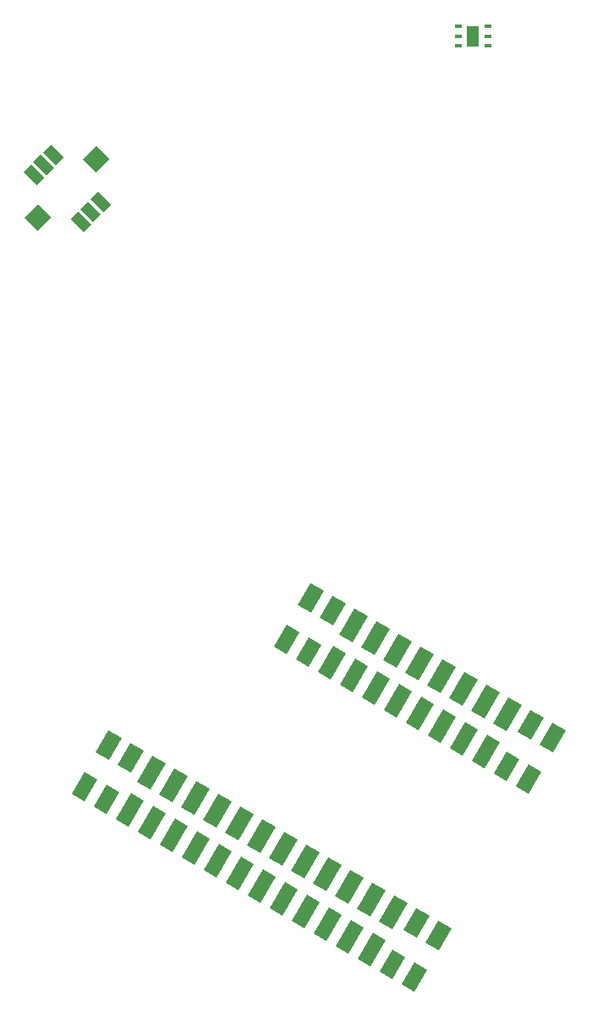
<source format=gbr>
G04 EAGLE Gerber X2 export*
%TF.Part,Single*%
%TF.FileFunction,Paste,Top*%
%TF.FilePolarity,Positive*%
%TF.GenerationSoftware,Autodesk,EAGLE,9.1.3*%
%TF.CreationDate,2018-08-24T15:03:00Z*%
G75*
%MOMM*%
%FSLAX34Y34*%
%LPD*%
%AMOC8*
5,1,8,0,0,1.08239X$1,22.5*%
G01*
%ADD10R,1.850000X1.100000*%
%ADD11R,1.900000X2.000000*%
%ADD12R,1.200000X2.100000*%
%ADD13R,0.800000X0.400000*%
%ADD14R,2.540000X1.524000*%
%ADD15R,3.048000X1.524000*%


D10*
G36*
X128739Y937382D02*
X115659Y950462D01*
X123437Y958240D01*
X136517Y945160D01*
X128739Y937382D01*
G37*
G36*
X175762Y890359D02*
X162682Y903439D01*
X170460Y911217D01*
X183540Y898137D01*
X175762Y890359D01*
G37*
G36*
X108940Y917583D02*
X95860Y930663D01*
X103638Y938441D01*
X116718Y925361D01*
X108940Y917583D01*
G37*
G36*
X118840Y927482D02*
X105760Y940562D01*
X113538Y948340D01*
X126618Y935260D01*
X118840Y927482D01*
G37*
G36*
X155963Y870560D02*
X142883Y883640D01*
X150661Y891418D01*
X163741Y878338D01*
X155963Y870560D01*
G37*
G36*
X165862Y880460D02*
X152782Y893540D01*
X160560Y901318D01*
X173640Y888238D01*
X165862Y880460D01*
G37*
D11*
G36*
X168551Y929816D02*
X155116Y943251D01*
X169257Y957392D01*
X182692Y943957D01*
X168551Y929816D01*
G37*
G36*
X110143Y871408D02*
X96708Y884843D01*
X110849Y898984D01*
X124284Y885549D01*
X110143Y871408D01*
G37*
D12*
X546100Y1066800D03*
D13*
X531600Y1056800D03*
X531600Y1066800D03*
X531600Y1076800D03*
X560600Y1056800D03*
X560600Y1066800D03*
X560600Y1076800D03*
D14*
G36*
X194307Y364635D02*
X181607Y342639D01*
X168409Y350259D01*
X181109Y372255D01*
X194307Y364635D01*
G37*
G36*
X170177Y322841D02*
X157477Y300845D01*
X144279Y308465D01*
X156979Y330461D01*
X170177Y322841D01*
G37*
G36*
X190406Y337559D02*
X203106Y359555D01*
X216304Y351935D01*
X203604Y329939D01*
X190406Y337559D01*
G37*
G36*
X192174Y310141D02*
X179474Y288145D01*
X166276Y295765D01*
X178976Y317761D01*
X192174Y310141D01*
G37*
D15*
G36*
X209863Y320459D02*
X225102Y346855D01*
X238301Y339235D01*
X223062Y312839D01*
X209863Y320459D01*
G37*
G36*
X216711Y301841D02*
X201472Y275445D01*
X188273Y283065D01*
X203512Y309461D01*
X216711Y301841D01*
G37*
G36*
X231860Y307759D02*
X247099Y334155D01*
X260298Y326535D01*
X245059Y300139D01*
X231860Y307759D01*
G37*
G36*
X238708Y289141D02*
X223469Y262745D01*
X210270Y270365D01*
X225509Y296761D01*
X238708Y289141D01*
G37*
G36*
X253857Y295059D02*
X269096Y321455D01*
X282295Y313835D01*
X267056Y287439D01*
X253857Y295059D01*
G37*
G36*
X260705Y276441D02*
X245466Y250045D01*
X232267Y257665D01*
X247506Y284061D01*
X260705Y276441D01*
G37*
G36*
X275854Y282359D02*
X291093Y308755D01*
X304292Y301135D01*
X289053Y274739D01*
X275854Y282359D01*
G37*
G36*
X282702Y263741D02*
X267463Y237345D01*
X254264Y244965D01*
X269503Y271361D01*
X282702Y263741D01*
G37*
G36*
X297851Y269659D02*
X313090Y296055D01*
X326289Y288435D01*
X311050Y262039D01*
X297851Y269659D01*
G37*
G36*
X304699Y251041D02*
X289460Y224645D01*
X276261Y232265D01*
X291500Y258661D01*
X304699Y251041D01*
G37*
G36*
X319848Y256959D02*
X335087Y283355D01*
X348286Y275735D01*
X333047Y249339D01*
X319848Y256959D01*
G37*
G36*
X326696Y238341D02*
X311457Y211945D01*
X298258Y219565D01*
X313497Y245961D01*
X326696Y238341D01*
G37*
G36*
X341845Y244259D02*
X357084Y270655D01*
X370283Y263035D01*
X355044Y236639D01*
X341845Y244259D01*
G37*
G36*
X348693Y225641D02*
X333454Y199245D01*
X320255Y206865D01*
X335494Y233261D01*
X348693Y225641D01*
G37*
G36*
X363842Y231559D02*
X379081Y257955D01*
X392280Y250335D01*
X377041Y223939D01*
X363842Y231559D01*
G37*
G36*
X370690Y212941D02*
X355451Y186545D01*
X342252Y194165D01*
X357491Y220561D01*
X370690Y212941D01*
G37*
G36*
X385839Y218859D02*
X401078Y245255D01*
X414277Y237635D01*
X399038Y211239D01*
X385839Y218859D01*
G37*
G36*
X392687Y200241D02*
X377448Y173845D01*
X364249Y181465D01*
X379488Y207861D01*
X392687Y200241D01*
G37*
G36*
X407836Y206159D02*
X423075Y232555D01*
X436274Y224935D01*
X421035Y198539D01*
X407836Y206159D01*
G37*
G36*
X414684Y187541D02*
X399445Y161145D01*
X386246Y168765D01*
X401485Y195161D01*
X414684Y187541D01*
G37*
G36*
X429833Y193459D02*
X445072Y219855D01*
X458271Y212235D01*
X443032Y185839D01*
X429833Y193459D01*
G37*
G36*
X436681Y174841D02*
X421442Y148445D01*
X408243Y156065D01*
X423482Y182461D01*
X436681Y174841D01*
G37*
G36*
X451830Y180759D02*
X467069Y207155D01*
X480268Y199535D01*
X465029Y173139D01*
X451830Y180759D01*
G37*
G36*
X458678Y162141D02*
X443439Y135745D01*
X430240Y143365D01*
X445479Y169761D01*
X458678Y162141D01*
G37*
D14*
G36*
X476367Y172459D02*
X489067Y194455D01*
X502265Y186835D01*
X489565Y164839D01*
X476367Y172459D01*
G37*
G36*
X478135Y145041D02*
X465435Y123045D01*
X452237Y130665D01*
X464937Y152661D01*
X478135Y145041D01*
G37*
G36*
X498364Y159759D02*
X511064Y181755D01*
X524262Y174135D01*
X511562Y152139D01*
X498364Y159759D01*
G37*
G36*
X500132Y132341D02*
X487432Y110345D01*
X474234Y117965D01*
X486934Y139961D01*
X500132Y132341D01*
G37*
G36*
X614432Y330314D02*
X601732Y308318D01*
X588534Y315938D01*
X601234Y337934D01*
X614432Y330314D01*
G37*
G36*
X612664Y357733D02*
X625364Y379729D01*
X638562Y372109D01*
X625862Y350113D01*
X612664Y357733D01*
G37*
G36*
X592435Y343014D02*
X579735Y321018D01*
X566537Y328638D01*
X579237Y350634D01*
X592435Y343014D01*
G37*
G36*
X590667Y370433D02*
X603367Y392429D01*
X616565Y384809D01*
X603865Y362813D01*
X590667Y370433D01*
G37*
D15*
G36*
X572978Y360114D02*
X557739Y333718D01*
X544540Y341338D01*
X559779Y367734D01*
X572978Y360114D01*
G37*
G36*
X566130Y378733D02*
X581369Y405129D01*
X594568Y397509D01*
X579329Y371113D01*
X566130Y378733D01*
G37*
G36*
X550981Y372814D02*
X535742Y346418D01*
X522543Y354038D01*
X537782Y380434D01*
X550981Y372814D01*
G37*
G36*
X544133Y391433D02*
X559372Y417829D01*
X572571Y410209D01*
X557332Y383813D01*
X544133Y391433D01*
G37*
G36*
X528984Y385514D02*
X513745Y359118D01*
X500546Y366738D01*
X515785Y393134D01*
X528984Y385514D01*
G37*
G36*
X522136Y404133D02*
X537375Y430529D01*
X550574Y422909D01*
X535335Y396513D01*
X522136Y404133D01*
G37*
G36*
X506987Y398214D02*
X491748Y371818D01*
X478549Y379438D01*
X493788Y405834D01*
X506987Y398214D01*
G37*
G36*
X500139Y416833D02*
X515378Y443229D01*
X528577Y435609D01*
X513338Y409213D01*
X500139Y416833D01*
G37*
G36*
X484990Y410914D02*
X469751Y384518D01*
X456552Y392138D01*
X471791Y418534D01*
X484990Y410914D01*
G37*
G36*
X478142Y429533D02*
X493381Y455929D01*
X506580Y448309D01*
X491341Y421913D01*
X478142Y429533D01*
G37*
G36*
X462993Y423614D02*
X447754Y397218D01*
X434555Y404838D01*
X449794Y431234D01*
X462993Y423614D01*
G37*
G36*
X456145Y442233D02*
X471384Y468629D01*
X484583Y461009D01*
X469344Y434613D01*
X456145Y442233D01*
G37*
G36*
X440996Y436314D02*
X425757Y409918D01*
X412558Y417538D01*
X427797Y443934D01*
X440996Y436314D01*
G37*
G36*
X434148Y454933D02*
X449387Y481329D01*
X462586Y473709D01*
X447347Y447313D01*
X434148Y454933D01*
G37*
G36*
X418999Y449014D02*
X403760Y422618D01*
X390561Y430238D01*
X405800Y456634D01*
X418999Y449014D01*
G37*
G36*
X412151Y467633D02*
X427390Y494029D01*
X440589Y486409D01*
X425350Y460013D01*
X412151Y467633D01*
G37*
D14*
G36*
X394462Y457314D02*
X381762Y435318D01*
X368564Y442938D01*
X381264Y464934D01*
X394462Y457314D01*
G37*
G36*
X392694Y484733D02*
X405394Y506729D01*
X418592Y499109D01*
X405892Y477113D01*
X392694Y484733D01*
G37*
G36*
X372465Y470014D02*
X359765Y448018D01*
X346567Y455638D01*
X359267Y477634D01*
X372465Y470014D01*
G37*
G36*
X396595Y511809D02*
X383895Y489813D01*
X370697Y497433D01*
X383397Y519429D01*
X396595Y511809D01*
G37*
M02*

</source>
